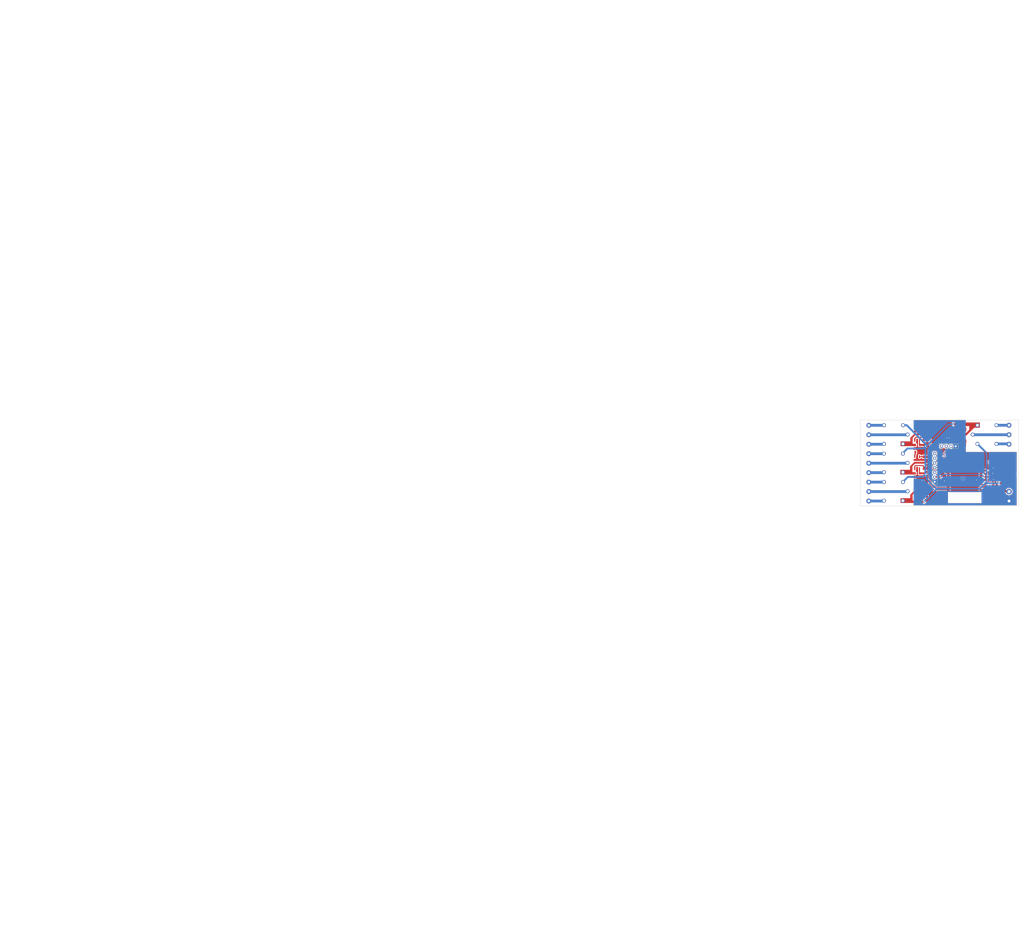
<source format=kicad_pcb>
(kicad_pcb (version 20221018) (generator pcbnew)
  (layers (0 "F.Cu" signal) (31 "B.Cu" signal) (34 "B.Paste" user) (35 "F.Paste" user) (36 "B.SilkS" user "B.Silkscreen") (37 "F.SilkS" user "F.Silkscreen") (38 "B.Mask" user) (39 "F.Mask" user) (44 "Edge.Cuts" user))
  (net 0 "")
  (net 1 "+5V")
  (net 2 "GND")
  (net 3 "+3V3")
  (net 4 "EN")
  (net 5 "Net-(D1-A)")
  (net 6 "Net-(D2-A)")
  (net 7 "Net-(D3-A)")
  (net 8 "Net-(D4-A)")
  (net 9 "Net-(D5-A)")
  (net 10 "Net-(D6-A)")
  (net 11 "Net-(D7-A)")
  (net 12 "Net-(D8-A)")
  (net 13 "Net-(D9-A)")
  (net 14 "IO9")
  (net 15 "TX")
  (net 16 "RX")
  (net 17 "Net-(J3-Pin_1)")
  (net 18 "Net-(J3-Pin_2)")
  (net 19 "Net-(J3-Pin_3)")
  (net 20 "Net-(J4-Pin_1)")
  (net 21 "Net-(J4-Pin_2)")
  (net 22 "Net-(J4-Pin_3)")
  (net 23 "Net-(J4-Pin_4)")
  (net 24 "Net-(J4-Pin_5)")
  (net 25 "Net-(J4-Pin_6)")
  (net 26 "Net-(J4-Pin_7)")
  (net 27 "Net-(J4-Pin_8)")
  (net 28 "Net-(J4-Pin_9)")
  (net 29 "Net-(Q1-B)")
  (net 30 "Net-(Q2-B)")
  (net 31 "Net-(Q3-B)")
  (net 32 "Net-(Q4-B)")
  (net 33 "IO8")
  (net 34 "RLY01")
  (net 35 "Net-(R4-Pad2)")
  (net 36 "RLY02")
  (net 37 "Net-(R5-Pad2)")
  (net 38 "RLY03")
  (net 39 "Net-(R6-Pad2)")
  (net 40 "RLY04")
  (net 41 "Net-(R7-Pad2)")
  (net 42 "Net-(R8-Pad1)")
  (net 43 "Net-(R9-Pad1)")
  (net 44 "Net-(R10-Pad1)")
  (net 45 "Net-(R11-Pad1)")
  (net 53 "Net-(U2-VO)")
  (net 54 "M0")
  (net 55 "M1")
  (net 56 "AUX")
  (net 57 "Net-(D10-K)")
  (footprint "Inductor_SMD:L_0805_2012Metric" (layer "F.Cu") (at 154.94 127.635 -90)
    (fp_text reference "FB1" hide)
    (fp_text value "FerriteBead_Small" hide)
    (pad "1" smd roundrect (at -1.0625 0 270) (size 0.875 1.2) (layers "F.Cu" "F.Paste" "F.Mask") (net 53 "Net-(U2-VO)"))
    (pad "2" smd roundrect (at 1.0625 0 270) (size 0.875 1.2) (layers "F.Cu" "F.Paste" "F.Mask") (net 3 "+3V3"))
  )
  (footprint "Package_TO_SOT_SMD:SOT-23" (layer "F.Cu") (at 117.475 137.795 180)
    (fp_text reference "Q1" hide)
    (fp_text value "BC817" hide)
    (pad "1" smd roundrect (at -0.9375 -0.95 180) (size 1.475 0.6) (layers "F.Cu" "F.Paste" "F.Mask") (net 29 "Net-(Q1-B)"))
    (pad "2" smd roundrect (at -0.9375 0.95 180) (size 1.475 0.6) (layers "F.Cu" "F.Paste" "F.Mask") (net 2 "GND"))
    (pad "3" smd roundrect (at 0.9375 0 180) (size 1.475 0.6) (layers "F.Cu" "F.Paste" "F.Mask") (net 10 "Net-(D6-A)"))
  )
  (footprint "Package_SO:SOIC-4_4.55x3.7mm_P2.54mm" (layer "F.Cu") (at 113.03 137.795 -90)
    (fp_text reference "U3" hide)
    (fp_text value "TLP185" hide)
    (pad "1" smd roundrect (at -3.25 -1.27 270) (size 1.6 0.55) (layers "F.Cu" "F.Paste" "F.Mask") (net 35 "Net-(R4-Pad2)"))
    (pad "3" smd roundrect (at -3.25 1.27 270) (size 1.6 0.55) (layers "F.Cu" "F.Paste" "F.Mask") (net 6 "Net-(D2-A)"))
    (pad "4" smd roundrect (at 3.25 1.27 270) (size 1.6 0.55) (layers "F.Cu" "F.Paste" "F.Mask") (net 42 "Net-(R8-Pad1)"))
    (pad "6" smd roundrect (at 3.25 -1.27 270) (size 1.6 0.55) (layers "F.Cu" "F.Paste" "F.Mask") (net 1 "+5V"))
  )
  (footprint "1n5819W:SODFL3618X110N" (layer "F.Cu") (at 160.528 133.604 180)
    (fp_text reference "D10" hide)
    (fp_text value "1N5819W" hide)
    (pad "1" smd rect (at -1.525 0 270) (size 1.13 1.21) (layers "F.Cu" "F.Paste" "F.Mask") (net 57 "Net-(D10-K)"))
    (pad "2" smd rect (at 1.525 0 270) (size 1.13 1.21) (layers "F.Cu" "F.Paste" "F.Mask") (net 1 "+5V"))
  )
  (footprint "Relay_THT:HJR78FTRKM" (layer "F.Cu") (at 101.56 122.682 180)
    (fp_text reference "K2" hide)
    (fp_text value "HJR-78F__TRKM_" hide)
    (pad "1" thru_hole circle (at -3.85 5 180) (size 2.1 2.1) (drill 1.4) (layers "*.Cu" "*.Mask") (net 1 "+5V"))
    (pad "2" thru_hole circle (at 6.35 5 180) (size 2.1 2.1) (drill 1.4) (layers "*.Cu" "*.Mask") (net 25 "Net-(J4-Pin_6)"))
    (pad "3" thru_hole circle (at 6.35 -5 180) (size 2.1 2.1) (drill 1.4) (layers "*.Cu" "*.Mask") (net 23 "Net-(J4-Pin_4)"))
    (pad "4" thru_hole circle (at -3.85 -5 180) (size 2.1 2.1) (drill 1.4) (layers "*.Cu" "*.Mask") (net 11 "Net-(D7-A)"))
    (pad "5" thru_hole circle (at -6.35 0 180) (size 2.1 2.1) (drill 1.4) (layers "*.Cu" "*.Mask") (net 24 "Net-(J4-Pin_5)"))
  )
  (footprint "LED_SMD:LED_0805_2012Metric" (layer "F.Cu") (at 137.84 113.312)
    (fp_text reference "D5" hide)
    (fp_text value "LED" hide)
    (pad "1" smd roundrect (at -0.9375 0) (size 0.975 1.4) (layers "F.Cu" "F.Paste" "F.Mask") (net 2 "GND"))
    (pad "2" smd roundrect (at 0.9375 0) (size 0.975 1.4) (layers "F.Cu" "F.Paste" "F.Mask") (net 9 "Net-(D5-A)"))
  )
  (footprint "Connector_PinHeader_2.54mm:PinHeader_1x07_P2.54mm_Vertical" (layer "F.Cu") (at 122.428 117.602)
    (fp_text reference "J5" hide)
    (fp_text value "Conn_01x07_Pin" hide)
    (pad "1" thru_hole oval (at 0 0) (size 1.7 1.7) (drill 1) (layers "*.Cu" "*.Mask") (net 54 "M0"))
    (pad "2" thru_hole oval (at 0 2.54) (size 1.7 1.7) (drill 1) (layers "*.Cu" "*.Mask") (net 55 "M1"))
    (pad "3" thru_hole oval (at 0 5.08) (size 1.7 1.7) (drill 1) (layers "*.Cu" "*.Mask") (net 15 "TX"))
    (pad "4" thru_hole oval (at 0 7.62) (size 1.7 1.7) (drill 1) (layers "*.Cu" "*.Mask") (net 16 "RX"))
    (pad "5" thru_hole oval (at 0 10.16) (size 1.7 1.7) (drill 1) (layers "*.Cu" "*.Mask") (net 56 "AUX"))
    (pad "6" thru_hole oval (at 0 12.7) (size 1.7 1.7) (drill 1) (layers "*.Cu" "*.Mask") (net 3 "+3V3"))
    (pad "7" thru_hole oval (at 0 15.24) (size 1.7 1.7) (drill 1) (layers "*.Cu" "*.Mask") (net 2 "GND"))
  )
  (footprint "Package_SO:SOIC-4_4.55x3.7mm_P2.54mm" (layer "F.Cu") (at 137.84 107.597 90)
    (fp_text reference "U6" hide)
    (fp_text value "TLP185" hide)
    (pad "1" smd roundrect (at -3.25 -1.27 90) (size 1.6 0.55) (layers "F.Cu" "F.Paste" "F.Mask") (net 41 "Net-(R7-Pad2)"))
    (pad "3" smd roundrect (at -3.25 1.27 90) (size 1.6 0.55) (layers "F.Cu" "F.Paste" "F.Mask") (net 9 "Net-(D5-A)"))
    (pad "4" smd roundrect (at 3.25 1.27 90) (size 1.6 0.55) (layers "F.Cu" "F.Paste" "F.Mask") (net 45 "Net-(R11-Pad1)"))
    (pad "6" smd roundrect (at 3.25 -1.27 90) (size 1.6 0.55) (layers "F.Cu" "F.Paste" "F.Mask") (net 1 "+5V"))
  )
  (footprint "Resistor_SMD:R_0805_2012Metric" (layer "F.Cu") (at 133.395 104.422 180)
    (fp_text reference "R11" hide)
    (fp_text value "1k" hide)
    (pad "1" smd roundrect (at -0.9125 0 180) (size 1.025 1.4) (layers "F.Cu" "F.Paste" "F.Mask") (roundrect_rratio 0.243902) (net 45 "Net-(R11-Pad1)"))
    (pad "2" smd roundrect (at 0.9125 0 180) (size 1.025 1.4) (layers "F.Cu" "F.Paste" "F.Mask") (roundrect_rratio 0.243902) (net 32 "Net-(Q4-B)"))
  )
  (footprint "1n5819W:SODFL3618X110N" (layer "F.Cu") (at 113.03 128.27 180)
    (fp_text reference "D7" hide)
    (fp_text value "1N5819W" hide)
    (pad "1" smd rect (at -1.525 0 270) (size 1.13 1.21) (layers "F.Cu" "F.Paste" "F.Mask") (net 1 "+5V"))
    (pad "2" smd rect (at 1.525 0 270) (size 1.13 1.21) (layers "F.Cu" "F.Paste" "F.Mask") (net 11 "Net-(D7-A)"))
  )
  (footprint "Relay_THT:HJR78FTRKM" (layer "F.Cu") (at 149.225 107.442)
    (fp_text reference "K4" hide)
    (fp_text value "HJR-78F__TRKM_" hide)
    (pad "1" thru_hole circle (at -3.85 5) (size 2.1 2.1) (drill 1.4) (layers "*.Cu" "*.Mask") (net 1 "+5V"))
    (pad "2" thru_hole circle (at 6.35 5) (size 2.1 2.1) (drill 1.4) (layers "*.Cu" "*.Mask") (net 19 "Net-(J3-Pin_3)"))
    (pad "3" thru_hole circle (at 6.35 -5) (size 2.1 2.1) (drill 1.4) (layers "*.Cu" "*.Mask") (net 17 "Net-(J3-Pin_1)"))
    (pad "4" thru_hole circle (at -3.85 -5) (size 2.1 2.1) (drill 1.4) (layers "*.Cu" "*.Mask") (net 13 "Net-(D9-A)"))
    (pad "5" thru_hole circle (at -6.35 0) (size 2.1 2.1) (drill 1.4) (layers "*.Cu" "*.Mask") (net 18 "Net-(J3-Pin_2)"))
  )
  (footprint "Package_TO_SOT_SMD:SOT-23" (layer "F.Cu") (at 117.475 122.555 180)
    (fp_text reference "Q2" hide)
    (fp_text value "BC817" hide)
    (pad "1" smd roundrect (at -0.9375 -0.95 180) (size 1.475 0.6) (layers "F.Cu" "F.Paste" "F.Mask") (net 30 "Net-(Q2-B)"))
    (pad "2" smd roundrect (at -0.9375 0.95 180) (size 1.475 0.6) (layers "F.Cu" "F.Paste" "F.Mask") (net 2 "GND"))
    (pad "3" smd roundrect (at 0.9375 0 180) (size 1.475 0.6) (layers "F.Cu" "F.Paste" "F.Mask") (net 11 "Net-(D7-A)"))
  )
  (footprint "Resistor_SMD:R_0805_2012Metric" (layer "F.Cu") (at 149.86 127.635 90)
    (fp_text reference "R1" hide)
    (fp_text value "10k" hide)
    (pad "1" smd roundrect (at -0.9125 0 90) (size 1.025 1.4) (layers "F.Cu" "F.Paste" "F.Mask") (roundrect_rratio 0.243902) (net 3 "+3V3"))
    (pad "2" smd roundrect (at 0.9125 0 90) (size 1.025 1.4) (layers "F.Cu" "F.Paste" "F.Mask") (roundrect_rratio 0.243902) (net 33 "IO8"))
  )
  (footprint "TerminalBlock:TerminalBlock_bornier-2_P5.08mm" (layer "F.Cu") (at 162.33 143.13 90)
    (fp_text reference "J2" hide)
    (fp_text value "Screw_Terminal_01x02" hide)
    (pad "1" thru_hole rect (at 0 0 90) (size 3 3) (drill 1.52) (layers "*.Cu" "*.Mask") (net 2 "GND"))
    (pad "2" thru_hole circle (at 5.08 0 90) (size 3 3) (drill 1.52) (layers "*.Cu" "*.Mask") (net 1 "+5V"))
  )
  (footprint "Connector_PinSocket_2.54mm:PinSocket_1x04_P2.54mm_Vertical" (layer "F.Cu") (at 126.150235 113.723855 90)
    (fp_text reference "J1" hide)
    (fp_text value "Conn_01x04_Male" hide)
    (pad "1" thru_hole oval (at 0 0 90) (size 1.7 1.7) (drill 1) (layers "*.Cu" "*.Mask") (net 16 "RX"))
    (pad "2" thru_hole oval (at 0 2.54 90) (size 1.7 1.7) (drill 1) (layers "*.Cu" "*.Mask") (net 15 "TX"))
    (pad "3" thru_hole oval (at 0 5.08 90) (size 1.7 1.7) (drill 1) (layers "*.Cu" "*.Mask") (net 14 "IO9"))
    (pad "4" thru_hole oval (at 0 7.62 90) (size 1.7 1.7) (drill 1) (layers "*.Cu" "*.Mask") (net 2 "GND"))
  )
  (footprint "Package_TO_SOT_SMD:SOT-223-3_TabPin2" (layer "F.Cu") (at 160.02 125.73 90)
    (fp_text reference "U2" hide)
    (fp_text value "AMS1117-3.3" hide)
    (pad "1" smd rect (at -3.15 -2.3 90) (size 2 1.5) (layers "F.Cu" "F.Paste" "F.Mask") (net 2 "GND"))
    (pad "2" smd rect (at -3.15 0 90) (size 2 1.5) (layers "F.Cu" "F.Paste" "F.Mask") (net 53 "Net-(U2-VO)"))
    (pad "2" smd rect (at 3.15 0 90) (size 2 3.8) (layers "F.Cu" "F.Paste" "F.Mask") (net 53 "Net-(U2-VO)"))
    (pad "3" smd rect (at -3.15 2.3 90) (size 2 1.5) (layers "F.Cu" "F.Paste" "F.Mask") (net 57 "Net-(D10-K)"))
  )
  (footprint "Capacitor_SMD:C_0805_2012Metric" (layer "F.Cu") (at 149.86 138.43 -90)
    (fp_text reference "C4" hide)
    (fp_text value "0.1uF" hide)
    (pad "1" smd roundrect (at -0.95 0 270) (size 1 1.45) (layers "F.Cu" "F.Paste" "F.Mask") (net 3 "+3V3"))
    (pad "2" smd roundrect (at 0.95 0 270) (size 1 1.45) (layers "F.Cu" "F.Paste" "F.Mask") (net 2 "GND"))
  )
  (footprint "Relay_THT:HJR78FTRKM" (layer "F.Cu") (at 101.6 107.442 180)
    (fp_text reference "K3" hide)
    (fp_text value "HJR-78F__TRKM_" hide)
    (pad "1" thru_hole circle (at -3.85 5 180) (size 2.1 2.1) (drill 1.4) (layers "*.Cu" "*.Mask") (net 1 "+5V"))
    (pad "2" thru_hole circle (at 6.35 5 180) (size 2.1 2.1) (drill 1.4) (layers "*.Cu" "*.Mask") (net 28 "Net-(J4-Pin_9)"))
    (pad "3" thru_hole circle (at 6.35 -5 180) (size 2.1 2.1) (drill 1.4) (layers "*.Cu" "*.Mask") (net 26 "Net-(J4-Pin_7)"))
    (pad "4" thru_hole circle (at -3.85 -5 180) (size 2.1 2.1) (drill 1.4) (layers "*.Cu" "*.Mask") (net 12 "Net-(D8-A)"))
    (pad "5" thru_hole circle (at -6.35 0 180) (size 2.1 2.1) (drill 1.4) (layers "*.Cu" "*.Mask") (net 27 "Net-(J4-Pin_8)"))
  )
  (footprint "Relay_THT:HJR78FTRKM" (layer "F.Cu") (at 101.56 137.922 180)
    (fp_text reference "K1" hide)
    (fp_text value "HJR-78F__TRKM_" hide)
    (pad "1" thru_hole circle (at -3.85 5 180) (size 2.1 2.1) (drill 1.4) (layers "*.Cu" "*.Mask") (net 1 "+5V"))
    (pad "2" thru_hole circle (at 6.35 5 180) (size 2.1 2.1) (drill 1.4) (layers "*.Cu" "*.Mask") (net 22 "Net-(J4-Pin_3)"))
    (pad "3" thru_hole circle (at 6.35 -5 180) (size 2.1 2.1) (drill 1.4) (layers "*.Cu" "*.Mask") (net 20 "Net-(J4-Pin_1)"))
    (pad "4" thru_hole circle (at -3.85 -5 180) (size 2.1 2.1) (drill 1.4) (layers "*.Cu" "*.Mask") (net 10 "Net-(D6-A)"))
    (pad "5" thru_hole circle (at -6.35 0 180) (size 2.1 2.1) (drill 1.4) (layers "*.Cu" "*.Mask") (net 21 "Net-(J4-Pin_2)"))
  )
  (footprint "1n5819W:SODFL3618X110N" (layer "F.Cu") (at 113.03 143.51 180)
    (fp_text reference "D6" hide)
    (fp_text value "1N5819W" hide)
    (pad "1" smd rect (at -1.525 0 270) (size 1.13 1.21) (layers "F.Cu" "F.Paste" "F.Mask") (net 1 "+5V"))
    (pad "2" smd rect (at 1.525 0 270) (size 1.13 1.21) (layers "F.Cu" "F.Paste" "F.Mask") (net 10 "Net-(D6-A)"))
  )
  (footprint "TerminalBlock:TerminalBlock_bornier-3_P5.08mm" (layer "F.Cu") (at 162.3 102.46 -90)
    (fp_text reference "J3" hide)
    (fp_text value "Screw_Terminal_01x03" hide)
    (pad "1" thru_hole circle (at 0 0 270) (size 2.6 2.6) (drill 1.3) (layers "*.Cu" "*.Mask") (net 17 "Net-(J3-Pin_1)"))
    (pad "2" thru_hole circle (at 5.08 0 270) (size 2.6 2.6) (drill 1.3) (layers "*.Cu" "*.Mask") (net 18 "Net-(J3-Pin_2)"))
    (pad "3" thru_hole circle (at 10.16 0 270) (size 2.6 2.6) (drill 1.3) (layers "*.Cu" "*.Mask") (net 19 "Net-(J3-Pin_3)"))
  )
  (footprint "Package_TO_SOT_SMD:SOT-23" (layer "F.Cu") (at 117.475 107.315 180)
    (fp_text reference "Q3" hide)
    (fp_text value "BC817" hide)
    (pad "1" smd roundrect (at -0.9375 -0.95 180) (size 1.475 0.6) (layers "F.Cu" "F.Paste" "F.Mask") (net 31 "Net-(Q3-B)"))
    (pad "2" smd roundrect (at -0.9375 0.95 180) (size 1.475 0.6) (layers "F.Cu" "F.Paste" "F.Mask") (net 2 "GND"))
    (pad "3" smd roundrect (at 0.9375 0 180) (size 1.475 0.6) (layers "F.Cu" "F.Paste" "F.Mask") (net 12 "Net-(D8-A)"))
  )
  (footprint "LED_SMD:LED_0805_2012Metric" (layer "F.Cu") (at 113.03 132.08 180)
    (fp_text reference "D2" hide)
    (fp_text value "LED" hide)
    (pad "1" smd roundrect (at -0.9375 0 180) (size 0.975 1.4) (layers "F.Cu" "F.Paste" "F.Mask") (net 2 "GND"))
    (pad "2" smd roundrect (at 0.9375 0 180) (size 0.975 1.4) (layers "F.Cu" "F.Paste" "F.Mask") (net 6 "Net-(D2-A)"))
  )
  (footprint "ESP32_C3:MODULE_ESP32-C3-WROOM-02-H4" (layer "F.Cu") (at 138.57 134.28 180)
    (fp_text reference "U1" hide)
    (fp_text value "ESP32-C3-WROOM-02-N4" hide)
    (pad "1" smd rect (at -8.75 -2.9 180) (size 1.5 0.9) (layers "F.Cu" "F.Paste" "F.Mask") (net 3 "+3V3"))
    (pad "2" smd rect (at -8.75 -1.4 180) (size 1.5 0.9) (layers "F.Cu" "F.Paste" "F.Mask") (net 4 "EN"))
    (pad "3" smd rect (at -8.75 0.1 180) (size 1.5 0.9) (layers "F.Cu" "F.Paste" "F.Mask"))
    (pad "4" smd rect (at -8.75 1.6 180) (size 1.5 0.9) (layers "F.Cu" "F.Paste" "F.Mask"))
    (pad "5" smd rect (at -8.75 3.1 180) (size 1.5 0.9) (layers "F.Cu" "F.Paste" "F.Mask"))
    (pad "6" smd rect (at -8.75 4.6 180) (size 1.5 0.9) (layers "F.Cu" "F.Paste" "F.Mask"))
    (pad "7" smd rect (at -8.75 6.1 180) (size 1.5 0.9) (layers "F.Cu" "F.Paste" "F.Mask") (net 33 "IO8"))
    (pad "8" smd rect (at -8.75 7.6 180) (size 1.5 0.9) (layers "F.Cu" "F.Paste" "F.Mask") (net 14 "IO9"))
    (pad "9" smd rect (at -8.75 9.1 180) (size 1.5 0.9) (layers "F.Cu" "F.Paste" "F.Mask") (net 2 "GND"))
    (pad "10" smd rect (at 8.75 9.1 180) (size 1.5 0.9) (layers "F.Cu" "F.Paste" "F.Mask"))
    (pad "11" smd rect (at 8.75 7.6 180) (size 1.5 0.9) (layers "F.Cu" "F.Paste" "F.Mask") (net 16 "RX"))
    (pad "12" smd rect (at 8.75 6.1 180) (size 1.5 0.9) (layers "F.Cu" "F.Paste" "F.Mask") (net 15 "TX"))
    (pad "13" smd rect (at 8.75 4.6 180) (size 1.5 0.9) (layers "F.Cu" "F.Paste" "F.Mask"))
    (pad "14" smd rect (at 8.75 3.1 180) (size 1.5 0.9) (layers "F.Cu" "F.Paste" "F.Mask"))
    (pad "15" smd rect (at 8.75 1.6 180) (size 1.5 0.9) (layers "F.Cu" "F.Paste" "F.Mask") (net 40 "RLY04"))
    (pad "16" smd rect (at 8.75 0.1 180) (size 1.5 0.9) (layers "F.Cu" "F.Paste" "F.Mask") (net 38 "RLY03"))
    (pad "17" smd rect (at 8.75 -1.4 180) (size 1.5 0.9) (layers "F.Cu" "F.Paste" "F.Mask") (net 36 "RLY02"))
    (pad "18" smd rect (at 8.75 -2.9 180) (size 1.5 0.9) (layers "F.Cu" "F.Paste" "F.Mask") (net 34 "RLY01"))
    (pad "19" smd rect (at -0.14 2.2 180) (size 0.7 0.7) (layers "F.Cu" "F.Paste" "F.Mask") (net 2 "GND"))
    (pad "20" smd rect (at 0.96 2.2 180) (size 0.7 0.7) (layers "F.Cu" "F.Paste" "F.Mask") (net 2 "GND"))
    (pad "21" smd rect (at 2.06 2.2 180) (size 0.7 0.7) (layers "F.Cu" "F.Paste" "F.Mask") (net 2 "GND"))
    (pad "22" smd rect (at -0.14 3.3 180) (size 0.7 0.7) (layers "F.Cu" "F.Paste" "F.Mask") (net 2 "GND"))
    (pad "23" smd rect (at 0.96 3.3 180) (size 0.7 0.7) (layers "F.Cu" "F.Paste" "F.Mask") (net 2 "GND"))
    (pad "24" smd rect (at 2.06 3.3 180) (size 0.7 0.7) (layers "F.Cu" "F.Paste" "F.Mask") (net 2 "GND"))
    (pad "25" smd rect (at -0.14 4.4 180) (size 0.7 0.7) (layers "F.Cu" "F.Paste" "F.Mask") (net 2 "GND"))
    (pad "26" smd rect (at 0.96 4.4 180) (size 0.7 0.7) (layers "F.Cu" "F.Paste" "F.Mask") (net 2 "GND"))
    (pad "27" smd rect (at 2.06 4.4 180) (size 0.7 0.7) (layers "F.Cu" "F.Paste" "F.Mask") (net 2 "GND"))
    (pad "28" thru_hole circle (at 0.41 2.2 180) (size 0.4 0.4) (drill 0.3) (layers "*.Cu") (net 2 "GND"))
    (pad "29" thru_hole circle (at 1.51 2.2 180) (size 0.4 0.4) (drill 0.3) (layers "*.Cu") (net 2 "GND"))
    (pad "30" thru_hole circle (at -0.14 2.75 180) (size 0.4 0.4) (drill 0.3) (layers "*.Cu") (net 2 "GND"))
    (pad "31" thru_hole circle (at 0.96 2.75 180) (size 0.4 0.4) (drill 0.3) (layers "*.Cu") (net 2 "GND"))
    (pad "32" thru_hole circle (at 2.06 2.75 180) (size 0.4 0.4) (drill 0.3) (layers "*.Cu") (net 2 "GND"))
    (pad "33" thru_hole circle (at 0.41 3.3 180) (size 0.4 0.4) (drill 0.3) (layers "*.Cu") (net 2 "GND"))
    (pad "34" thru_hole circle (at 1.51 3.3 180) (size 0.4 0.4) (drill 0.3) (layers "*.Cu") (net 2 "GND"))
    (pad "35" thru_hole circle (at -0.14 3.85 180) (size 0.4 0.4) (drill 0.3) (layers "*.Cu") (net 2 "GND"))
    (pad "36" thru_hole circle (at 0.96 3.85 180) (size 0.4 0.4) (drill 0.3) (layers "*.Cu") (net 2 "GND"))
    (pad "37" thru_hole circle (at 2.06 3.85 180) (size 0.4 0.4) (drill 0.3) (layers "*.Cu") (net 2 "GND"))
    (pad "38" thru_hole circle (at 0.41 4.4 180) (size 0.4 0.4) (drill 0.3) (layers "*.Cu") (net 2 "GND"))
    (pad "39" thru_hole circle (at 1.51 4.4 180) (size 0.4 0.4) (drill 0.3) (layers "*.Cu") (net 2 "GND"))
    (zone (net 0) (net_name "") (layer "F.Cu") (connect_pads (clearance 0)) (min_thickness 0.01)
      (keepout (tracks not_allowed) (vias not_allowed) (pads not_allowed) (copperpour not_allowed) (footprints allowed))
      (fill (thermal_gap 0.508) (thermal_bridge_width 0.508))
      (polygon (pts (xy 147.57 144.28) (xy 129.57 144.28) (xy 129.57 138.28) (xy 147.57 138.28)))
    )
    (zone (net 0) (net_name "") (layer "B.Cu") (connect_pads (clearance 0)) (min_thickness 0.01)
      (keepout (tracks not_allowed) (vias not_allowed) (pads not_allowed) (copperpour not_allowed) (footprints allowed))
      (fill (thermal_gap 0.508) (thermal_bridge_width 0.508))
      (polygon (pts (xy 147.57 144.28) (xy 129.57 144.28) (xy 129.57 138.28) (xy 147.57 138.28)))
    )
  )
  (footprint "Capacitor_SMD:C_0805_2012Metric" (layer "F.Cu") (at 154.94 123.19 -90)
    (fp_text reference "C2" hide)
    (fp_text value "C" hide)
    (pad "1" smd roundrect (at -0.95 0 270) (size 1 1.45) (layers "F.Cu" "F.Paste" "F.Mask") (net 53 "Net-(U2-VO)"))
    (pad "2" smd roundrect (at 0.95 0 270) (size 1 1.45) (layers "F.Cu" "F.Paste" "F.Mask") (net 2 "GND"))
  )
  (footprint "Package_SO:SOIC-4_4.55x3.7mm_P2.54mm" (layer "F.Cu") (at 113.03 107.315 -90)
    (fp_text reference "U5" hide)
    (fp_text value "TLP185" hide)
    (pad "1" smd roundrect (at -3.25 -1.27 270) (size 1.6 0.55) (layers "F.Cu" "F.Paste" "F.Mask") (net 39 "Net-(R6-Pad2)"))
    (pad "3" smd roundrect (at -3.25 1.27 270) (size 1.6 0.55) (layers "F.Cu" "F.Paste" "F.Mask") (net 8 "Net-(D4-A)"))
    (pad "4" smd roundrect (at 3.25 1.27 270) (size 1.6 0.55) (layers "F.Cu" "F.Paste" "F.Mask") (net 44 "Net-(R10-Pad1)"))
    (pad "6" smd roundrect (at 3.25 -1.27 270) (size 1.6 0.55) (layers "F.Cu" "F.Paste" "F.Mask") (net 1 "+5V"))
  )
  (footprint "Capacitor_SMD:C_0805_2012Metric" (layer "F.Cu") (at 152.4 132.715 90)
    (fp_text reference "C3" hide)
    (fp_text value "1uF" hide)
    (pad "1" smd roundrect (at -0.95 0 90) (size 1 1.45) (layers "F.Cu" "F.Paste" "F.Mask") (net 4 "EN"))
    (pad "2" smd roundrect (at 0.95 0 90) (size 1 1.45) (layers "F.Cu" "F.Paste" "F.Mask") (net 2 "GND"))
  )
  (footprint "Resistor_SMD:R_0805_2012Metric" (layer "F.Cu") (at 149.86 132.715 -90)
    (fp_text reference "R3" hide)
    (fp_text value "10K" hide)
    (pad "1" smd roundrect (at -0.9125 0 270) (size 1.025 1.4) (layers "F.Cu" "F.Paste" "F.Mask") (roundrect_rratio 0.243902) (net 3 "+3V3"))
    (pad "2" smd roundrect (at 0.9125 0 270) (size 1.025 1.4) (layers "F.Cu" "F.Paste" "F.Mask") (roundrect_rratio 0.243902) (net 4 "EN"))
  )
  (footprint "Package_TO_SOT_SMD:SOT-23" (layer "F.Cu") (at 133.395 107.597)
    (fp_text reference "Q4" hide)
    (fp_text value "BC817" hide)
    (pad "1" smd roundrect (at -0.9375 -0.95) (size 1.475 0.6) (layers "F.Cu" "F.Paste" "F.Mask") (net 32 "Net-(Q4-B)"))
    (pad "2" smd roundrect (at -0.9375 0.95) (size 1.475 0.6) (layers "F.Cu" "F.Paste" "F.Mask") (net 2 "GND"))
    (pad "3" smd roundrect (at 0.9375 0) (size 1.475 0.6) (layers "F.Cu" "F.Paste" "F.Mask") (net 13 "Net-(D9-A)"))
  )
  (footprint "Resistor_SMD:R_0805_2012Metric" (layer "F.Cu") (at 117.475 119.38 180)
    (fp_text reference "R5" hide)
    (fp_text value "220r" hide)
    (pad "1" smd roundrect (at -0.9125 0 180) (size 1.025 1.4) (layers "F.Cu" "F.Paste" "F.Mask") (roundrect_rratio 0.243902) (net 36 "RLY02"))
    (pad "2" smd roundrect (at 0.9125 0 180) (size 1.025 1.4) (layers "F.Cu" "F.Paste" "F.Mask") (roundrect_rratio 0.243902) (net 37 "Net-(R5-Pad2)"))
  )
  (footprint "Package_SO:SOIC-4_4.55x3.7mm_P2.54mm" (layer "F.Cu") (at 113.03 122.555 -90)
    (fp_text reference "U4" hide)
    (fp_text value "TLP185" hide)
    (pad "1" smd roundrect (at -3.25 -1.27 270) (size 1.6 0.55) (layers "F.Cu" "F.Paste" "F.Mask") (net 37 "Net-(R5-Pad2)"))
    (pad "3" smd roundrect (at -3.25 1.27 270) (size 1.6 0.55) (layers "F.Cu" "F.Paste" "F.Mask") (net 7 "Net-(D3-A)"))
    (pad "4" smd roundrect (at 3.25 1.27 270) (size 1.6 0.55) (layers "F.Cu" "F.Paste" "F.Mask") (net 43 "Net-(R9-Pad1)"))
    (pad "6" smd roundrect (at 3.25 -1.27 270) (size 1.6 0.55) (layers "F.Cu" "F.Paste" "F.Mask") (net 1 "+5V"))
  )
  (footprint "Resistor_SMD:R_0805_2012Metric" (layer "F.Cu") (at 117.475 140.97)
    (fp_text reference "R8" hide)
    (fp_text value "1k")
    (pad "1" smd roundrect (at -0.9125 0) (size 1.025 1.4) (layers "F.Cu" "F.Paste" "F.Mask") (roundrect_rratio 0.243902) (net 42 "Net-(R8-Pad1)"))
    (pad "2" smd roundrect (at 0.9125 0) (size 1.025 1.4) (layers "F.Cu" "F.Paste" "F.Mask") (roundrect_rratio 0.243902) (net 29 "Net-(Q1-B)"))
  )
  (footprint "Resistor_SMD:R_0805_2012Metric" (layer "F.Cu") (at 117.475 110.49)
    (fp_text reference "R10" hide)
    (fp_text value "1k" hide)
    (pad "1" smd roundrect (at -0.9125 0) (size 1.025 1.4) (layers "F.Cu" "F.Paste" "F.Mask") (roundrect_rratio 0.243902) (net 44 "Net-(R10-Pad1)"))
    (pad "2" smd roundrect (at 0.9125 0) (size 1.025 1.4) (layers "F.Cu" "F.Paste" "F.Mask") (roundrect_rratio 0.243902) (net 31 "Net-(Q3-B)"))
  )
  (footprint "TerminalBlock_Phoenix:TerminalBlock_Phoenix_PT-1,5-9-5.0-H_1x09_P5.00mm_Horizontal" (layer "F.Cu") (at 87.122 143.13 90)
    (fp_text reference "J4" hide)
    (fp_text value "Screw_Terminal_01x09" hide)
    (pad "1" thru_hole oval (at 0 0 90) (size 2.6 2.6) (drill 1.3) (layers "*.Cu" "*.Mask") (net 20 "Net-(J4-Pin_1)"))
    (pad "2" thru_hole circle (at 5.08 0 90) (size 2.6 2.6) (drill 1.3) (layers "*.Cu" "*.Mask") (net 21 "Net-(J4-Pin_2)"))
    (pad "3" thru_hole circle (at 10.16 0 90) (size 2.6 2.6) (drill 1.3) (layers "*.Cu" "*.Mask") (net 22 "Net-(J4-Pin_3)"))
    (pad "4" thru_hole circle (at 15.24 0 90) (size 2.6 2.6) (drill 1.3) (layers "*.Cu" "*.Mask") (net 23 "Net-(J4-Pin_4)"))
    (pad "5" thru_hole circle (at 20.32 0 90) (size 2.6 2.6) (drill 1.3) (layers "*.Cu" "*.Mask") (net 24 "Net-(J4-Pin_5)"))
    (pad "6" thru_hole circle (at 25.4 0 90) (size 2.6 2.6) (drill 1.3) (layers "*.Cu" "*.Mask") (net 25 "Net-(J4-Pin_6)"))
    (pad "7" thru_hole circle (at 30.48 0 90) (size 2.6 2.6) (drill 1.3) (layers "*.Cu" "*.Mask") (net 26 "Net-(J4-Pin_7)"))
    (pad "8" thru_hole circle (at 35.56 0 90) (size 2.6 2.6) (drill 1.3) (layers "*.Cu" "*.Mask") (net 27 "Net-(J4-Pin_8)"))
    (pad "9" thru_hole circle (at 40.64 0 90) (size 2.6 2.6) (drill 1.3) (layers "*.Cu" "*.Mask") (net 28 "Net-(J4-Pin_9)"))
  )
  (footprint "1n5819W:SODFL3618X110N" (layer "F.Cu") (at 137.84 101.882)
    (fp_text reference "D9" hide)
    (fp_text value "1N5819W" hide)
    (pad "1" smd rect (at -1.525 0 90) (size 1.13 1.21) (layers "F.Cu" "F.Paste" "F.Mask") (net 1 "+5V"))
    (pad "2" smd rect (at 1.525 0 90) (size 1.13 1.21) (layers "F.Cu" "F.Paste" "F.Mask") (net 13 "Net-(D9-A)"))
  )
  (footprint "Capacitor_SMD:C_0805_2012Metric" (layer "F.Cu") (at 165.1 127.635 90)
    (fp_text reference "C1" hide)
    (fp_text value "C" hide)
    (pad "1" smd roundrect (at -0.95 0 90) (size 1 1.45) (layers "F.Cu" "F.Paste" "F.Mask") (net 57 "Net-(D10-K)"))
    (pad "2" smd roundrect (at 0.95 0 90) (size 1 1.45) (layers "F.Cu" "F.Paste" "F.Mask") (net 2 "GND"))
  )
  (footprint "LED_SMD:LED_0805_2012Metric" (layer "F.Cu") (at 152.4 127.635 90)
    (fp_text reference "D1" hide)
    (fp_text value "LED" hide)
    (pad "1" smd roundrect (at -0.9375 0 90) (size 0.975 1.4) (layers "F.Cu" "F.Paste" "F.Mask") (net 2 "GND"))
    (pad "2" smd roundrect (at 0.9375 0 90) (size 0.975 1.4) (layers "F.Cu" "F.Paste" "F.Mask") (net 5 "Net-(D1-A)"))
  )
  (footprint "Resistor_SMD:R_0805_2012Metric" (layer "F.Cu") (at 152.4 123.19 -90)
    (fp_text reference "R2" hide)
    (fp_text value "R")
    (pad "1" smd roundrect (at -0.9125 0 270) (size 1.025 1.4) (layers "F.Cu" "F.Paste" "F.Mask") (roundrect_rratio 0.243902) (net 53 "Net-(U2-VO)"))
    (pad "2" smd roundrect (at 0.9125 0 270) (size 1.025 1.4) (layers "F.Cu" "F.Paste" "F.Mask") (roundrect_rratio 0.243902) (net 5 "Net-(D1-A)"))
  )
  (footprint "LED_SMD:LED_0805_2012Metric" (layer "F.Cu") (at 113.03 101.6 180)
    (fp_text reference "D4" hide)
    (fp_text value "LED" hide)
    (pad "1" smd roundrect (at -0.9375 0 180) (size 0.975 1.4) (layers "F.Cu" "F.Paste" "F.Mask") (net 2 "GND"))
    (pad "2" smd roundrect (at 0.9375 0 180) (size 0.975 1.4) (layers "F.Cu" "F.Paste" "F.Mask") (net 8 "Net-(D4-A)"))
  )
  (footprint "Resistor_SMD:R_0805_2012Metric" (layer "F.Cu") (at 117.475 134.62 180)
    (fp_text reference "R4" hide)
    (fp_text value "220r" hide)
    (pad "1" smd roundrect (at -0.9125 0 180) (size 1.025 1.4) (layers "F.Cu" "F.Paste" "F.Mask") (roundrect_rratio 0.243902) (net 34 "RLY01"))
    (pad "2" smd roundrect (at 0.9125 0 180) (size 1.025 1.4) (layers "F.Cu" "F.Paste" "F.Mask") (roundrect_rratio 0.243902) (net 35 "Net-(R4-Pad2)"))
  )
  (footprint "Resistor_SMD:R_0805_2012Metric" (layer "F.Cu") (at 117.475 104.14 180)
    (fp_text reference "R6" hide)
    (fp_text value "220r" hide)
    (pad "1" smd roundrect (at -0.9125 0 180) (size 1.025 1.4) (layers "F.Cu" "F.Paste" "F.Mask") (roundrect_rratio 0.243902) (net 38 "RLY03"))
    (pad "2" smd roundrect (at 0.9125 0 180) (size 1.025 1.4) (layers "F.Cu" "F.Paste" "F.Mask") (roundrect_rratio 0.243902) (net 39 "Net-(R6-Pad2)"))
  )
  (footprint "1n5819W:SODFL3618X110N" (layer "F.Cu") (at 113.03 113.03 180)
    (fp_text reference "D8" hide)
    (fp_text value "1N5819W" hide)
    (pad "1" smd rect (at -1.525 0 270) (size 1.13 1.21) (layers "F.Cu" "F.Paste" "F.Mask") (net 1 "+5V"))
    (pad "2" smd rect (at 1.525 0 270) (size 1.13 1.21) (layers "F.Cu" "F.Paste" "F.Mask") (net 12 "Net-(D8-A)"))
  )
  (footprint "LED_SMD:LED_0805_2012Metric" (layer "F.Cu") (at 113.03 116.84 180)
    (fp_text reference "D3" hide)
    (fp_text value "LED" hide)
    (pad "1" smd roundrect (at -0.9375 0 180) (size 0.975 1.4) (layers "F.Cu" "F.Paste" "F.Mask") (net 2 "GND"))
    (pad "2" smd roundrect (at 0.9375 0 180) (size 0.975 1.4) (layers "F.Cu" "F.Paste" "F.Mask") (net 7 "Net-(D3-A)"))
  )
  (footprint "Resistor_SMD:R_0805_2012Metric" (layer "F.Cu") (at 133.395 110.772)
    (fp_text reference "R7" hide)
    (fp_text value "220r" hide)
    (pad "1" smd roundrect (at -0.9125 0) (size 1.025 1.4) (layers "F.Cu" "F.Paste" "F.Mask") (roundrect_rratio 0.243902) (net 40 "RLY04"))
    (pad "2" smd roundrect (at 0.9125 0) (size 1.025 1.4) (layers "F.Cu" "F.Paste" "F.Mask") (roundrect_rratio 0.243902) (net 41 "Net-(R7-Pad2)"))
  )
  (footprint "Resistor_SMD:R_0805_2012Metric" (layer "F.Cu") (at 117.475 125.73)
    (fp_text reference "R9" hide)
    (fp_text value "1k" hide)
    (pad "1" smd roundrect (at -0.9125 0) (size 1.025 1.4) (layers "F.Cu" "F.Paste" "F.Mask") (roundrect_rratio 0.243902) (net 43 "Net-(R9-Pad1)"))
    (pad "2" smd roundrect (at 0.9125 0) (size 1.025 1.4) (layers "F.Cu" "F.Paste" "F.Mask") (roundrect_rratio 0.243902) (net 30 "Net-(Q2-B)"))
  )
  (gr_line (start 82.595 99.695) (end 82.595 145.695) (stroke (width 0.15)) (layer "Edge.Cuts"))
  (gr_line (start 82.595 145.695) (end 167.595 145.695) (stroke (width 0.15)) (layer "Edge.Cuts"))
  (gr_line (start 82.595 99.695) (end 167.595 99.695) (stroke (width 0.15)) (layer "Edge.Cuts"))
  (gr_line (start 167.595 99.695) (end 167.595 145.695) (stroke (width 0.15)) (layer "Edge.Cuts"))
  (segment (start 114.300947 143.255947) (end 114.300947 141.045947) (width 0.5) (layer "F.Cu") (net 1))
  (segment (start 136.57 102.137) (end 136.315 101.882) (width 0.5) (layer "F.Cu") (net 1))
  (segment (start 136.57 104.347) (end 136.57 102.137) (width 0.5) (layer "F.Cu") (net 1))
  (segment (start 117.475 128.905) (end 116.84 128.27) (width 1) (layer "F.Cu") (net 1))
  (segment (start 114.555 143.51) (end 114.300947 143.255947) (width 0.5) (layer "F.Cu") (net 1))
  (segment (start 114.3 110.565) (end 114.3 112.775) (width 0.5) (layer "F.Cu") (net 1))
  (segment (start 116.84 143.51) (end 114.555 143.51) (width 1) (layer "F.Cu") (net 1))
  (segment (start 114.3 112.775) (end 114.555 113.03) (width 0.5) (layer "F.Cu") (net 1))
  (segment (start 162.33 138.05) (end 160.91 138.05) (width 1) (layer "F.Cu") (net 1))
  (segment (start 117.475 113.665) (end 116.84 113.03) (width 1) (layer "F.Cu") (net 1))
  (segment (start 114.555 143.89) (end 114.555 143.51) (width 0.5) (layer "F.Cu") (net 1))
  (segment (start 114.3 125.805) (end 114.3 128.015) (width 0.5) (layer "F.Cu") (net 1))
  (segment (start 159.004 133.605) (end 159.003 133.604) (width 1) (layer "F.Cu") (net 1))
  (segment (start 116.84 128.27) (end 114.555 128.27) (width 1) (layer "F.Cu") (net 1))
  (segment (start 132.433 101.882) (end 136.315 101.882) (width 1) (layer "F.Cu") (net 1))
  (segment (start 160.91 138.05) (end 159.004 136.144) (width 1) (layer "F.Cu") (net 1))
  (segment (start 159.003 133.604) (end 156.972 133.604) (width 1) (layer "F.Cu") (net 1))
  (segment (start 114.300947 141.045947) (end 114.3 141.045) (width 0.5) (layer "F.Cu") (net 1))
  (segment (start 114.3 128.015) (end 114.555 128.27) (width 0.5) (layer "F.Cu") (net 1))
  (segment (start 159.004 136.144) (end 159.004 133.605) (width 1) (layer "F.Cu") (net 1))
  (segment (start 116.84 113.03) (end 114.555 113.03) (width 1) (layer "F.Cu") (net 1))
  (via (at 116.84 143.51) (size 1.2) (drill 0.6) (layers "F.Cu" "B.Cu") (net 1))
  (via (at 132.433 101.882) (size 1.2) (drill 0.6) (layers "F.Cu" "B.Cu") (net 1))
  (via (at 117.475 113.665) (size 1.2) (drill 0.6) (layers "F.Cu" "B.Cu") (net 1))
  (via (at 117.475 128.905) (size 1.2) (drill 0.6) (layers "F.Cu" "B.Cu") (net 1))
  (via (at 156.972 133.604) (size 1.2) (drill 0.6) (layers "F.Cu" "B.Cu") (net 1))
  (segment (start 145.375 112.442) (end 150.303981 117.370981) (width 1) (layer "B.Cu") (net 1))
  (segment (start 150.303981 117.370981) (end 150.303981 132.906019) (width 1) (layer "B.Cu") (net 1))
  (segment (start 117.475 128.905) (end 116.205 130.175) (width 1) (layer "B.Cu") (net 1))
  (segment (start 117.475 113.665) (end 117.475 112.435) (width 1) (layer "B.Cu") (net 1))
  (segment (start 149.595 133.615) (end 146.685 136.525) (width 1) (layer "B.Cu") (net 1))
  (segment (start 117.475 113.665) (end 117.475 128.905) (width 1) (layer "B.Cu") (net 1))
  (segment (start 123.317 136.525) (end 118.108603 131.316603) (width 1) (layer "B.Cu") (net 1))
  (segment (start 107.482 102.442) (end 105.45 102.442) (width 1) (layer "B.Cu") (net 1))
  (segment (start 123.825 136.525) (end 123.317 136.525) (width 1) (layer "B.Cu") (net 1))
  (segment (start 156.707 133.615) (end 149.595 133.615) (width 1) (layer "B.Cu") (net 1))
  (segment (start 117.475 113.665) (end 118.11 113.665) (width 1) (layer "B.Cu") (net 1))
  (segment (start 105.41 132.882) (end 105.41 132.922) (width 1) (layer "B.Cu") (net 1))
  (segment (start 118.108603 131.316603) (end 118.108603 129.538603) (width 1) (layer "B.Cu") (net 1))
  (segment (start 118.11 113.665) (end 129.893 101.882) (width 1) (layer "B.Cu") (net 1))
  (segment (start 146.685 136.525) (end 126.365 136.525) (width 1) (layer "B.Cu") (net 1))
  (segment (start 117.475 112.435) (end 116.5025 111.4625) (width 1) (layer "B.Cu") (net 1))
  (segment (start 123.825 136.525) (end 118.108603 142.241397) (width 1) (layer "B.Cu") (net 1))
  (segment (start 126.365 136.525) (end 123.825 136.525) (width 1) (layer "B.Cu") (net 1))
  (segment (start 118.108603 129.538603) (end 117.475 128.905) (width 1) (layer "B.Cu") (net 1))
  (segment (start 116.586 114.554) (end 116.205 114.935) (width 1) (layer "B.Cu") (net 1))
  (segment (start 117.475 113.665) (end 116.205 114.935) (width 1) (layer "B.Cu") (net 1))
  (segment (start 116.205 114.935) (end 107.823 114.935) (width 1) (layer "B.Cu") (net 1))
  (segment (start 116.8 111.76) (end 107.482 102.442) (width 1) (layer "B.Cu") (net 1))
  (segment (start 105.41 117.348) (end 105.41 117.682) (width 1) (layer "B.Cu") (net 1))
  (segment (start 116.205 130.175) (end 108.117 130.175) (width 1) (layer "B.Cu") (net 1))
  (segment (start 129.893 101.882) (end 132.433 101.882) (width 1) (layer "B.Cu") (net 1))
  (segment (start 108.117 130.175) (end 105.41 132.882) (width 1) (layer "B.Cu") (net 1))
  (segment (start 116.84 143.51) (end 118.108603 142.241397) (width 1) (layer "B.Cu") (net 1))
  (segment (start 107.823 114.935) (end 105.41 117.348) (width 1) (layer "B.Cu") (net 1))
  (segment (start 150.303981 132.906019) (end 149.595 133.615) (width 1) (layer "B.Cu") (net 1))
  (segment (start 156.718 133.604) (end 156.707 133.615) (width 1) (layer "B.Cu") (net 1))
  (via (at 118.872 116.078) (size 0.8) (drill 0.4) (layers "F.Cu" "B.Cu") (net 2))
  (via (at 153.956004 131.430199) (size 0.8) (drill 0.4) (layers "F.Cu" "B.Cu") (net 2))
  (via (at 127.635 132.366352) (size 0.8) (drill 0.4) (layers "F.Cu" "B.Cu") (net 2))
  (via (at 153.755286 125.373345) (size 0.8) (drill 0.4) (layers "F.Cu" "B.Cu") (net 2))
  (via (at 128.905 109.22) (size 0.8) (drill 0.4) (layers "F.Cu" "B.Cu") (net 2))
  (via (at 118.872 127.508) (size 0.8) (drill 0.4) (layers "F.Cu" "B.Cu") (net 2))
  (via (at 116.84 132.08) (size 0.8) (drill 0.4) (layers "F.Cu" "B.Cu") (net 2))
  (via (at 130.175 109.22) (size 0.8) (drill 0.4) (layers "F.Cu" "B.Cu") (net 2))
  (via (at 153.67 128.27) (size 0.8) (drill 0.4) (layers "F.Cu" "B.Cu") (net 2))
  (via (at 118.872 117.094) (size 0.8) (drill 0.4) (layers "F.Cu" "B.Cu") (net 2))
  (via (at 115.57 132.08) (size 0.8) (drill 0.4) (layers "F.Cu" "B.Cu") (net 2))
  (via (at 144.78 131.826) (size 0.8) (drill 0.4) (layers "F.Cu" "B.Cu") (net 2))
  (segment (start 125.73 130.175) (end 122.555 130.175) (width 0.7) (layer "F.Cu") (net 3))
  (segment (start 154.94 130.175) (end 154.94 133.35) (width 0.7) (layer "F.Cu") (net 3))
  (segment (start 154.305 129.54) (end 153.67 130.175) (width 0.7) (layer "F.Cu") (net 3))
  (segment (start 149.853313 130.181687) (end 149.86 130.175) (width 0.7) (layer "F.Cu") (net 3))
  (segment (start 149.86 130.175) (end 149.86 131.8025) (width 0.7) (layer "F.Cu") (net 3))
  (segment (start 149.86 128.5475) (end 149.86 130.175) (width 0.7) (layer "F.Cu") (net 3))
  (segment (start 154.94 128.6975) (end 154.94 128.905) (width 0.7) (layer "F.Cu") (net 3))
  (segment (start 153.67 130.175) (end 154.94 130.175) (width 0.7) (layer "F.Cu") (net 3))
  (segment (start 122.555 130.175) (end 122.428 130.302) (width 0.7) (layer "F.Cu") (net 3))
  (segment (start 153.67 130.175) (end 149.86 130.175) (width 0.7) (layer "F.Cu") (net 3))
  (segment (start 150.81 137.48) (end 148.902774 137.48) (width 0.7) (layer "F.Cu") (net 3))
  (segment (start 148.602774 137.18) (end 147.32 137.18) (width 0.7) (layer "F.Cu") (net 3))
  (segment (start 154.94 130.175) (end 154.305 129.54) (width 0.7) (layer "F.Cu") (net 3))
  (segment (start 154.94 128.6975) (end 154.94 130.175) (width 0.7) (layer "F.Cu") (net 3))
  (segment (start 149.004728 130.181687) (end 149.853313 130.181687) (width 0.7) (layer "F.Cu") (net 3))
  (segment (start 154.94 133.35) (end 150.81 137.48) (width 0.7) (layer "F.Cu") (net 3))
  (segment (start 154.94 128.905) (end 154.305 129.54) (width 0.7) (layer "F.Cu") (net 3))
  (segment (start 148.902774 137.48) (end 148.602774 137.18) (width 0.7) (layer "F.Cu") (net 3))
  (via (at 125.73 130.175) (size 0.8) (drill 0.4) (layers "F.Cu" "B.Cu") (net 3))
  (via (at 149.004728 130.181687) (size 0.8) (drill 0.4) (layers "F.Cu" "B.Cu") (net 3))
  (segment (start 125.73 130.175) (end 127 128.905) (width 0.7) (layer "B.Cu") (net 3))
  (segment (start 147.728041 128.905) (end 149.004728 130.181687) (width 0.7) (layer "B.Cu") (net 3))
  (segment (start 127 128.905) (end 147.728041 128.905) (width 0.7) (layer "B.Cu") (net 3))
  (segment (start 149.86 134.62) (end 149.86 133.6275) (width 0.5) (layer "F.Cu") (net 4))
  (segment (start 147.32 135.68) (end 148.8 135.68) (width 0.5) (layer "F.Cu") (net 4))
  (segment (start 152.3625 133.6275) (end 152.4 133.665) (width 0.5) (layer "F.Cu") (net 4))
  (segment (start 148.8 135.68) (end 149.86 134.62) (width 0.5) (layer "F.Cu") (net 4))
  (segment (start 149.86 133.6275) (end 152.3625 133.6275) (width 0.5) (layer "F.Cu") (net 4))
  (segment (start 152.4 124.1025) (end 152.4 126.6975) (width 0.5) (layer "F.Cu") (net 5))
  (segment (start 111.76 133.723108) (end 111.76 134.545) (width 0.5) (layer "F.Cu") (net 6))
  (segment (start 112.0925 133.390608) (end 111.76 133.723108) (width 0.5) (layer "F.Cu") (net 6))
  (segment (start 112.0925 132.08) (end 112.0925 133.390608) (width 0.5) (layer "F.Cu") (net 6))
  (segment (start 112.0925 116.84) (end 112.0925 117.887029) (width 0.5) (layer "F.Cu") (net 7))
  (segment (start 111.76 118.219529) (end 111.76 119.305) (width 0.5) (layer "F.Cu") (net 7))
  (segment (start 112.0925 117.887029) (end 111.76 118.219529) (width 0.5) (layer "F.Cu") (net 7))
  (segment (start 111.76 102.87) (end 111.76 104.065) (width 0.5) (layer "F.Cu") (net 8))
  (segment (start 112.0925 101.6) (end 112.0925 102.5375) (width 0.5) (layer "F.Cu") (net 8))
  (segment (start 112.0925 102.5375) (end 111.76 102.87) (width 0.5) (layer "F.Cu") (net 8))
  (segment (start 139.11 112.045809) (end 139.11 110.847) (width 0.5) (layer "F.Cu") (net 9))
  (segment (start 138.7775 113.312) (end 138.7775 112.378309) (width 0.5) (layer "F.Cu") (net 9))
  (segment (start 138.7775 112.378309) (end 139.11 112.045809) (width 0.5) (layer "F.Cu") (net 9))
  (segment (start 131.230235 113.723855) (end 144.18638 126.68) (width 0.3) (layer "F.Cu") (net 14))
  (segment (start 144.18638 126.68) (end 147.32 126.68) (width 0.3) (layer "F.Cu") (net 14))
  (segment (start 121.793 126.492) (end 121.15 125.849) (width 0.3) (layer "F.Cu") (net 15))
  (segment (start 126.796593 126.492) (end 121.793 126.492) (width 0.3) (layer "F.Cu") (net 15))
  (segment (start 128.484593 128.18) (end 126.796593 126.492) (width 0.3) (layer "F.Cu") (net 15))
  (segment (start 129.82 128.18) (end 128.484593 128.18) (width 0.3) (layer "F.Cu") (net 15))
  (segment (start 128.690235 116.419765) (end 128.690235 113.723855) (width 0.3) (layer "F.Cu") (net 15))
  (segment (start 121.15 125.849) (end 121.15 123.96) (width 0.3) (layer "F.Cu") (net 15))
  (segment (start 121.15 123.96) (end 122.428 122.682) (width 0.3) (layer "F.Cu") (net 15))
  (segment (start 122.428 122.682) (end 128.690235 116.419765) (width 0.3) (layer "F.Cu") (net 15))
  (segment (start 122.428 125.222) (end 127.508 125.222) (width 0.3) (layer "F.Cu") (net 16))
  (segment (start 127.44605 125.28395) (end 128.8421 126.68) (width 0.3) (layer "F.Cu") (net 16))
  (segment (start 128.8421 126.68) (end 129.82 126.68) (width 0.3) (layer "F.Cu") (net 16))
  (segment (start 127.508 118.872) (end 127.508 125.222) (width 0.3) (layer "F.Cu") (net 16))
  (segment (start 127.508 125.222) (end 127.44605 125.28395) (width 0.3) (layer "F.Cu") (net 16))
  (via (at 127.508 118.872) (size 0.8) (drill 0.4) (layers "F.Cu" "B.Cu") (net 16))
  (segment (start 127.508 118.872) (end 127.508 115.89731) (width 0.3) (layer "B.Cu") (net 16))
  (segment (start 126.150235 114.539545) (end 126.150235 113.723855) (width 0.3) (layer "B.Cu") (net 16))
  (segment (start 127.508 115.89731) (end 126.150235 114.539545) (width 0.3) (layer "B.Cu") (net 16))
  (segment (start 155.575 102.442) (end 162.282 102.442) (width 1.5) (layer "B.Cu") (net 17))
  (segment (start 162.282 102.442) (end 162.3 102.46) (width 1.3) (layer "B.Cu") (net 17))
  (segment (start 142.973 107.54) (end 142.875 107.442) (width 1.3) (layer "B.Cu") (net 18))
  (segment (start 162.3 107.54) (end 142.973 107.54) (width 1.5) (layer "B.Cu") (net 18))
  (segment (start 155.575 112.442) (end 162.122 112.442) (width 1.5) (layer "B.Cu") (net 19))
  (segment (start 162.122 112.442) (end 162.3 112.62) (width 1.3) (layer "B.Cu") (net 19))
  (segment (start 87.122 143.13) (end 95.002 143.13) (width 1.5) (layer "B.Cu") (net 20))
  (segment (start 95.002 143.13) (end 95.21 142.922) (width 1.3) (layer "B.Cu") (net 20))
  (segment (start 87.122 138.05) (end 107.782 138.05) (width 1.5) (layer "B.Cu") (net 21))
  (segment (start 95.162 132.97) (end 95.21 132.922) (width 1.3) (layer "B.Cu") (net 22))
  (segment (start 87.122 132.97) (end 95.162 132.97) (width 1.5) (layer "B.Cu") (net 22))
  (segment (start 95.002 127.89) (end 95.21 127.682) (width 1.3) (layer "B.Cu") (net 23))
  (segment (start 87.122 127.89) (end 95.002 127.89) (width 1.5) (layer "B.Cu") (net 23))
  (segment (start 87.122 122.81) (end 107.782 122.81) (width 1.5) (layer "B.Cu") (net 24))
  (segment (start 95.162 117.73) (end 95.21 117.682) (width 1.3) (layer "B.Cu") (net 25))
  (segment (start 87.122 117.73) (end 95.162 117.73) (width 1.5) (layer "B.Cu") (net 25))
  (segment (start 87.122 112.65) (end 95.042 112.65) (width 1.5) (layer "B.Cu") (net 26))
  (segment (start 95.042 112.65) (end 95.25 112.442) (width 1.3) (layer "B.Cu") (net 26))
  (segment (start 87.122 107.57) (end 107.822 107.57) (width 1.5) (layer "B.Cu") (net 27))
  (segment (start 95.202 102.49) (end 95.25 102.442) (width 1.3) (layer "B.Cu") (net 28))
  (segment (start 87.122 102.49) (end 95.202 102.49) (width 1.5) (layer "B.Cu") (net 28))
  (segment (start 118.4125 138.745) (end 118.4125 140.945) (width 0.5) (layer "F.Cu") (net 29))
  (segment (start 118.4125 140.945) (end 118.3875 140.97) (width 0.5) (layer "F.Cu") (net 29))
  (segment (start 118.4125 123.505) (end 118.4125 125.705) (width 0.5) (layer "F.Cu") (net 30))
  (segment (start 118.4125 125.705) (end 118.3875 125.73) (width 0.5) (layer "F.Cu") (net 30))
  (segment (start 118.4125 108.265) (end 118.4125 110.465) (width 0.5) (layer "F.Cu") (net 31))
  (segment (start 118.4125 110.465) (end 118.3875 110.49) (width 0.5) (layer "F.Cu") (net 31))
  (segment (start 132.4825 104.422) (end 132.4825 106.622) (width 0.5) (layer "F.Cu") (net 32))
  (segment (start 132.4825 106.622) (end 132.4575 106.647) (width 0.5) (layer "F.Cu") (net 32))
  (segment (start 149.5025 126.7225) (end 149.86 126.7225) (width 0.3) (layer "F.Cu") (net 33))
  (segment (start 147.32 128.18) (end 148.045 128.18) (width 0.3) (layer "F.Cu") (net 33))
  (segment (start 148.045 128.18) (end 149.5025 126.7225) (width 0.3) (layer "F.Cu") (net 33))
  (segment (start 129.82 137.18) (end 129.8 137.16) (width 0.3) (layer "F.Cu") (net 34))
  (segment (start 129.8 137.16) (end 124.272769 137.16) (width 0.3) (layer "F.Cu") (net 34))
  (segment (start 119.38 134.62) (end 118.3875 134.62) (width 0.3) (layer "F.Cu") (net 34))
  (segment (start 124.272769 137.16) (end 121.92 137.16) (width 0.3) (layer "F.Cu") (net 34))
  (segment (start 121.92 137.16) (end 119.38 134.62) (width 0.3) (layer "F.Cu") (net 34))
  (segment (start 114.3 134.545) (end 116.4875 134.545) (width 0.5) (layer "F.Cu") (net 35))
  (segment (start 116.4875 134.545) (end 116.5625 134.62) (width 0.5) (layer "F.Cu") (net 35))
  (segment (start 121.666 135.89) (end 129.61 135.89) (width 0.3) (layer "F.Cu") (net 36))
  (segment (start 118.3875 119.38) (end 119.20125 119.38) (width 0.3) (layer "F.Cu") (net 36))
  (segment (start 119.20125 119.38) (end 119.634 119.81275) (width 0.3) (layer "F.Cu") (net 36))
  (segment (start 129.61 135.89) (end 129.82 135.68) (width 0.3) (layer "F.Cu") (net 36))
  (segment (start 119.634 133.858) (end 121.666 135.89) (width 0.3) (layer "F.Cu") (net 36))
  (segment (start 119.634 119.81275) (end 119.634 133.858) (width 0.3) (layer "F.Cu") (net 36))
  (segment (start 118.745 119.38) (end 119.20125 119.38) (width 0.3) (layer "F.Cu") (net 36))
  (segment (start 116.4875 119.305) (end 116.5625 119.38) (width 0.5) (layer "F.Cu") (net 37))
  (segment (start 114.3 119.305) (end 116.4875 119.305) (width 0.5) (layer "F.Cu") (net 37))
  (segment (start 128.905 134.18) (end 129.82 134.18) (width 0.3) (layer "F.Cu") (net 38))
  (segment (start 121.793 135.255) (end 127.83 135.255) (width 0.3) (layer "F.Cu") (net 38))
  (segment (start 120.142 105.156) (end 120.142 133.604) (width 0.3) (layer "F.Cu") (net 38))
  (segment (start 118.3875 104.14) (end 119.126 104.14) (width 0.3) (layer "F.Cu") (net 38))
  (segment (start 127.83 135.255) (end 128.905 134.18) (width 0.3) (layer "F.Cu") (net 38))
  (segment (start 119.126 104.14) (end 120.142 105.156) (width 0.3) (layer "F.Cu") (net 38))
  (segment (start 120.142 133.604) (end 121.793 135.255) (width 0.3) (layer "F.Cu") (net 38))
  (segment (start 116.4875 104.065) (end 116.5625 104.14) (width 0.5) (layer "F.Cu") (net 39))
  (segment (start 114.3 104.065) (end 116.4875 104.065) (width 0.5) (layer "F.Cu") (net 39))
  (segment (start 121.865106 134.62) (end 127 134.62) (width 0.3) (layer "F.Cu") (net 40))
  (segment (start 128.94 132.68) (end 129.82 132.68) (width 0.3) (layer "F.Cu") (net 40))
  (segment (start 127 134.62) (end 128.94 132.68) (width 0.3) (layer "F.Cu") (net 40))
  (segment (start 122.579781 112.395) (end 120.65 114.324781) (width 0.3) (layer "F.Cu") (net 40))
  (segment (start 120.65 133.404894) (end 121.865106 134.62) (width 0.3) (layer "F.Cu") (net 40))
  (segment (start 124.178 110.772) (end 122.555 112.395) (width 0.3) (layer "F.Cu") (net 40))
  (segment (start 120.65 114.324781) (end 120.65 133.404894) (width 0.3) (layer "F.Cu") (net 40))
  (segment (start 132.4825 110.772) (end 124.178 110.772) (width 0.3) (layer "F.Cu") (net 40))
  (segment (start 136.495 110.772) (end 136.57 110.847) (width 0.5) (layer "F.Cu") (net 41))
  (segment (start 134.3075 110.772) (end 136.495 110.772) (width 0.5) (layer "F.Cu") (net 41))
  (segment (start 111.76 141.045) (end 111.76 140.207068) (width 0.5) (layer "F.Cu") (net 42))
  (segment (start 116.5625 140.042768) (end 116.5625 140.97) (width 0.5) (layer "F.Cu") (net 42))
  (segment (start 111.76 140.207068) (end 112.745451 139.221617) (width 0.5) (layer "F.Cu") (net 42))
  (segment (start 112.745451 139.221617) (end 115.741349 139.221617) (width 0.5) (layer "F.Cu") (net 42))
  (segment (start 115.741349 139.221617) (end 116.5625 140.042768) (width 0.5) (layer "F.Cu") (net 42))
  (segment (start 111.76 124.46) (end 112.135263 124.084737) (width 0.5) (layer "F.Cu") (net 43))
  (segment (start 112.135263 124.084737) (end 116.112734 124.084737) (width 0.5) (layer "F.Cu") (net 43))
  (segment (start 116.5625 124.534503) (end 116.5625 125.73) (width 0.5) (layer "F.Cu") (net 43))
  (segment (start 116.112734 124.084737) (end 116.5625 124.534503) (width 0.5) (layer "F.Cu") (net 43))
  (segment (start 111.76 125.805) (end 111.76 124.46) (width 0.5) (layer "F.Cu") (net 43))
  (segment (start 115.880909 108.905989) (end 116.5625 109.58758) (width 0.5) (layer "F.Cu") (net 44))
  (segment (start 111.76 110.565) (end 111.76 109.5689) (width 0.5) (layer "F.Cu") (net 44))
  (segment (start 112.422911 108.905989) (end 115.880909 108.905989) (width 0.5) (layer "F.Cu") (net 44))
  (segment (start 116.5625 109.58758) (end 116.5625 110.49) (width 0.5) (layer "F.Cu") (net 44))
  (segment (start 111.76 109.5689) (end 112.422911 108.905989) (width 0.5) (layer "F.Cu") (net 44))
  (segment (start 134.3075 105.322348) (end 135.030152 106.045) (width 0.5) (layer "F.Cu") (net 45))
  (segment (start 134.3075 104.422) (end 134.3075 105.322348) (width 0.5) (layer "F.Cu") (net 45))
  (segment (start 139.11 105.365) (end 139.11 104.347) (width 0.5) (layer "F.Cu") (net 45))
  (segment (start 135.030152 106.045) (end 138.43 106.045) (width 0.5) (layer "F.Cu") (net 45))
  (segment (start 138.43 106.045) (end 139.11 105.365) (width 0.5) (layer "F.Cu") (net 45))
  (segment (start 154.9025 122.2775) (end 154.94 122.24) (width 0.5) (layer "F.Cu") (net 53))
  (zone (net 13) (net_name "Net-(D9-A)") (layer "F.Cu") (priority 6) (connect_pads yes (clearance 0.5)) (min_thickness 0.4) (fill yes (thermal_gap 0.5) (thermal_bridge_width 0.5))
    (polygon (pts (xy 133.35 108.116956) (xy 139.255878 108.116956) (xy 143.700878 103.779727) (xy 146.685 103.779727) (xy 146.685 100.965) (xy 138.545811 100.965) (xy 138.545811 102.87) (xy 140.97 102.87) (xy 140.97 104.888973) (xy 138.755124 107.103849) (xy 133.35 107.103849)))
  )
  (zone (net 57) (net_name "Net-(D10-K)") (layer "F.Cu") (priority 6) (connect_pads yes (clearance 0.5)) (min_thickness 0.25) (fill yes (thermal_gap 0.5) (thermal_bridge_width 0.5))
    (polygon (pts (xy 161.29 134.366) (xy 162.814 134.366) (xy 162.814 132.842) (xy 166.116 129.54) (xy 166.116 127.762) (xy 161.29 127.762) (xy 161.29 134.112)))
  )
  (zone (net 53) (net_name "Net-(U2-VO)") (layer "F.Cu") (priority 4) (connect_pads yes (clearance 0.5)) (min_thickness 0.4) (fill yes (thermal_gap 0.5) (thermal_bridge_width 0.5))
    (polygon (pts (xy 158.950811 130.175) (xy 161.045941 130.175) (xy 161.045941 127) (xy 162.509861 125.73) (xy 162.509861 121.285) (xy 151.484328 121.285) (xy 151.484328 123.19) (xy 152.986498 123.19) (xy 153.67 123.19) (xy 156.21 123.19) (xy 156.21 125.839321) (xy 154.069729 125.839321) (xy 154.069729 127.240871) (xy 156.998258 127.240871) (xy 157.10139 127.245043) (xy 158.950811 127.245043)))
  )
  (zone (net 10) (net_name "Net-(D6-A)") (layer "F.Cu") (priority 6) (connect_pads yes (clearance 0.5)) (min_thickness 0.4) (fill yes (thermal_gap 0.5) (thermal_bridge_width 0.5))
    (polygon (pts (xy 112.43051 142.875) (xy 110.617 142.875) (xy 110.617 139.7) (xy 112.012605 138.304395) (xy 117.408079 138.304395) (xy 117.408079 137.291289) (xy 111.755711 137.291289) (xy 109.347 139.7) (xy 109.347 141.605) (xy 104.14 141.605) (xy 104.14 144.145) (xy 112.43051 144.145)))
  )
  (zone (net 12) (net_name "Net-(D8-A)") (layer "F.Cu") (priority 6) (connect_pads yes (clearance 0.5)) (min_thickness 0.4) (fill yes (thermal_gap 0.5) (thermal_bridge_width 0.5))
    (polygon (pts (xy 112.439297 112.395) (xy 110.617 112.395) (xy 110.617 109.22) (xy 111.998219 107.838781) (xy 117.408079 107.838781) (xy 117.408079 106.811893) (xy 111.755107 106.811893) (xy 109.347 109.22) (xy 109.347 111.125) (xy 104.14 111.125) (xy 104.14 113.665) (xy 112.439297 113.665)))
  )
  (zone (net 11) (net_name "Net-(D7-A)") (layer "F.Cu") (priority 6) (connect_pads yes (clearance 0.5)) (min_thickness 0.4) (fill yes (thermal_gap 0.5) (thermal_bridge_width 0.5))
    (polygon (pts (xy 112.318241 127.635) (xy 110.49 127.635) (xy 110.49 124.46) (xy 111.87811 123.07189) (xy 117.281079 123.07189) (xy 117.281079 122.048447) (xy 111.631553 122.048447) (xy 109.22 124.46) (xy 109.22 126.365) (xy 104.013 126.365) (xy 104.013 128.905) (xy 112.318241 128.905)))
  )
  (zone (net 2) (net_name "GND") (layers "F&B.Cu") (connect_pads yes (clearance 0.5)) (min_thickness 0.4) (fill yes (thermal_gap 0.5) (thermal_bridge_width 0.5))
    (polygon (pts (xy 111.165 99.695) (xy 139.105 99.695) (xy 139.105 116.84) (xy 166.41 116.84) (xy 166.41 145.415) (xy 111.165 145.415)))
  )
)
</source>
